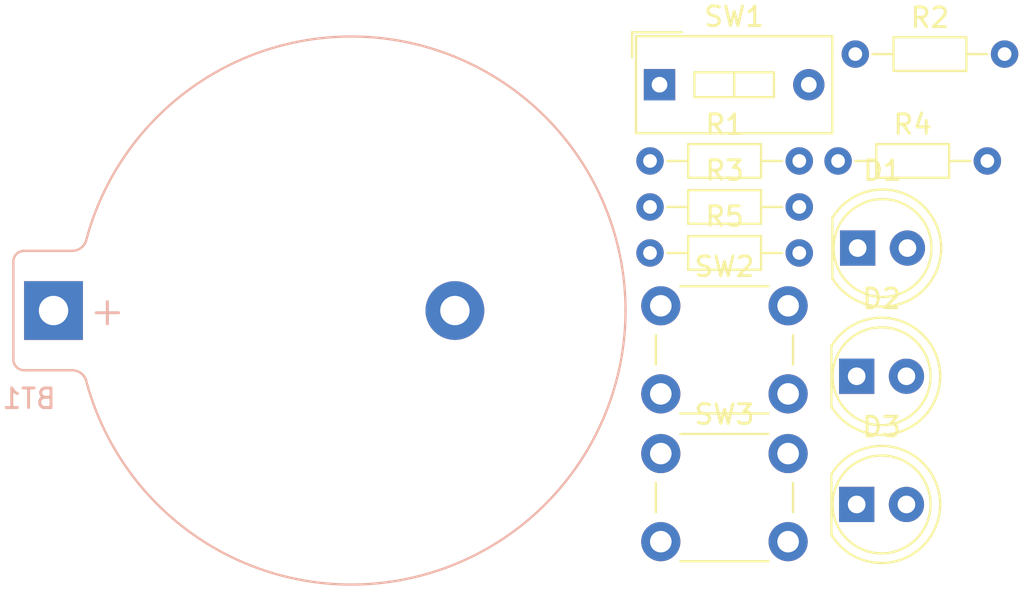
<source format=kicad_pcb>
(kicad_pcb (version 20171130) (host pcbnew 5.0.1)

  (general
    (thickness 1.6)
    (drawings 0)
    (tracks 0)
    (zones 0)
    (modules 12)
    (nets 12)
  )

  (page A4)
  (layers
    (0 F.Cu signal)
    (31 B.Cu signal)
    (32 B.Adhes user)
    (33 F.Adhes user)
    (34 B.Paste user)
    (35 F.Paste user)
    (36 B.SilkS user)
    (37 F.SilkS user)
    (38 B.Mask user)
    (39 F.Mask user)
    (40 Dwgs.User user)
    (41 Cmts.User user)
    (42 Eco1.User user)
    (43 Eco2.User user)
    (44 Edge.Cuts user)
    (45 Margin user)
    (46 B.CrtYd user)
    (47 F.CrtYd user)
    (48 B.Fab user)
    (49 F.Fab user)
  )

  (setup
    (last_trace_width 0.25)
    (trace_clearance 0.2)
    (zone_clearance 0.508)
    (zone_45_only no)
    (trace_min 0.2)
    (segment_width 0.2)
    (edge_width 0.15)
    (via_size 0.8)
    (via_drill 0.4)
    (via_min_size 0.4)
    (via_min_drill 0.3)
    (uvia_size 0.3)
    (uvia_drill 0.1)
    (uvias_allowed no)
    (uvia_min_size 0.2)
    (uvia_min_drill 0.1)
    (pcb_text_width 0.3)
    (pcb_text_size 1.5 1.5)
    (mod_edge_width 0.15)
    (mod_text_size 1 1)
    (mod_text_width 0.15)
    (pad_size 1.524 1.524)
    (pad_drill 0.762)
    (pad_to_mask_clearance 0.051)
    (solder_mask_min_width 0.25)
    (aux_axis_origin 0 0)
    (visible_elements FFFFFF7F)
    (pcbplotparams
      (layerselection 0x010fc_ffffffff)
      (usegerberextensions false)
      (usegerberattributes false)
      (usegerberadvancedattributes false)
      (creategerberjobfile false)
      (excludeedgelayer true)
      (linewidth 0.100000)
      (plotframeref false)
      (viasonmask false)
      (mode 1)
      (useauxorigin false)
      (hpglpennumber 1)
      (hpglpenspeed 20)
      (hpglpendiameter 15.000000)
      (psnegative false)
      (psa4output false)
      (plotreference true)
      (plotvalue true)
      (plotinvisibletext false)
      (padsonsilk false)
      (subtractmaskfromsilk false)
      (outputformat 1)
      (mirror false)
      (drillshape 1)
      (scaleselection 1)
      (outputdirectory ""))
  )

  (net 0 "")
  (net 1 "Net-(BT1-Pad1)")
  (net 2 GNDREF)
  (net 3 "Net-(D1-Pad2)")
  (net 4 "Net-(D2-Pad2)")
  (net 5 "Net-(D3-Pad2)")
  (net 6 "Net-(R1-Pad1)")
  (net 7 "Net-(R2-Pad1)")
  (net 8 "Net-(Q1-Pad2)")
  (net 9 "Net-(Q2-Pad2)")
  (net 10 "Net-(Q2-Pad1)")
  (net 11 VCC)

  (net_class Default "This is the default net class."
    (clearance 0.2)
    (trace_width 0.25)
    (via_dia 0.8)
    (via_drill 0.4)
    (uvia_dia 0.3)
    (uvia_drill 0.1)
    (add_net GNDREF)
    (add_net "Net-(BT1-Pad1)")
    (add_net "Net-(D1-Pad2)")
    (add_net "Net-(D2-Pad2)")
    (add_net "Net-(D3-Pad2)")
    (add_net "Net-(Q1-Pad2)")
    (add_net "Net-(Q2-Pad1)")
    (add_net "Net-(Q2-Pad2)")
    (add_net "Net-(R1-Pad1)")
    (add_net "Net-(R2-Pad1)")
    (add_net VCC)
  )

  (module Battery_Holders:Keystone_106_1x20mm-CoinCell (layer B.Cu) (tedit 5787C377) (tstamp 5C8602D3)
    (at 112.815001 106.987162)
    (descr http://www.keyelco.com/product-pdf.cfm?p=720)
    (tags "Keystone type 106 battery holder")
    (path /5C87E6FE)
    (fp_text reference BT1 (at -1.25 4.5) (layer B.SilkS)
      (effects (font (size 1 1) (thickness 0.15)) (justify mirror))
    )
    (fp_text value Battery_Cell (at 15 -15) (layer B.Fab)
      (effects (font (size 1 1) (thickness 0.15)) (justify mirror))
    )
    (fp_line (start 22.6568 6.858) (end 25.3419 9.4288) (layer B.Fab) (width 0.1))
    (fp_line (start 22.6441 -6.858) (end 25.35 -9.3734) (layer B.Fab) (width 0.1))
    (fp_arc (start -1.5 2.5) (end -1.9 2.5) (angle -90) (layer B.Fab) (width 0.1))
    (fp_arc (start -1.5 -2.5) (end -2.3 -2.5) (angle 90) (layer B.CrtYd) (width 0.05))
    (fp_line (start 0 1.3) (end 0 -1.3) (layer B.Fab) (width 0.1))
    (fp_arc (start 16.2 0) (end 16.2 1.3) (angle -180) (layer B.Fab) (width 0.1))
    (fp_arc (start 0.95 3.8) (end 0.95 3.3) (angle 70) (layer B.CrtYd) (width 0.05))
    (fp_line (start 16.2 1.3) (end 0 1.3) (layer B.Fab) (width 0.1))
    (fp_line (start 0 -1.3) (end 16.2 -1.3) (layer B.Fab) (width 0.1))
    (fp_line (start -1.9 2.5) (end -1.9 -2.5) (layer B.Fab) (width 0.1))
    (fp_line (start -1.5 -3.3) (end 0.95 -3.3) (layer B.CrtYd) (width 0.05))
    (fp_line (start 0.95 3.3) (end -1.5 3.3) (layer B.CrtYd) (width 0.05))
    (fp_arc (start 15.2 0) (end 5.18 1.3) (angle -180) (layer B.Fab) (width 0.1))
    (fp_arc (start 15.2 0) (end 9 1.3) (angle -170) (layer B.Fab) (width 0.1))
    (fp_arc (start 15.2 0) (end 13.3 1.3) (angle -150) (layer B.Fab) (width 0.1))
    (fp_arc (start 15.2 0) (end 13.3 -1.3) (angle 150) (layer B.Fab) (width 0.1))
    (fp_arc (start 15.2 0) (end 9 -1.3) (angle 170) (layer B.Fab) (width 0.1))
    (fp_arc (start 15.2 0) (end 5.18 -1.3) (angle 180) (layer B.Fab) (width 0.1))
    (fp_arc (start 15.2 0) (end 1.41 3.6) (angle -165.5) (layer B.CrtYd) (width 0.05))
    (fp_arc (start 15.2 0) (end 1.41 -3.6) (angle 165.5) (layer B.CrtYd) (width 0.05))
    (fp_arc (start 0.95 -3.8) (end 0.95 -3.3) (angle -70) (layer B.CrtYd) (width 0.05))
    (fp_line (start -2.3 2.5) (end -2.3 -2.5) (layer B.CrtYd) (width 0.05))
    (fp_arc (start -1.5 2.5) (end -2.3 2.5) (angle -90) (layer B.CrtYd) (width 0.05))
    (fp_arc (start -1.5 -2.5) (end -1.9 -2.5) (angle 90) (layer B.Fab) (width 0.1))
    (fp_line (start -1.5 -2.9) (end 0.95 -2.9) (layer B.Fab) (width 0.1))
    (fp_line (start 0.95 2.9) (end -1.5 2.9) (layer B.Fab) (width 0.1))
    (fp_line (start -2.05 2.5) (end -2.05 -2.5) (layer B.SilkS) (width 0.12))
    (fp_arc (start -1.5 -2.5) (end -2.05 -2.5) (angle 90) (layer B.SilkS) (width 0.12))
    (fp_arc (start -1.5 2.5) (end -2.05 2.5) (angle -90) (layer B.SilkS) (width 0.12))
    (fp_line (start -1.5 -3.05) (end 0.95 -3.05) (layer B.SilkS) (width 0.12))
    (fp_line (start 0.95 3.05) (end -1.5 3.05) (layer B.SilkS) (width 0.12))
    (fp_arc (start 0.95 3.8) (end 0.95 2.9) (angle 70) (layer B.Fab) (width 0.1))
    (fp_arc (start 0.95 3.8) (end 0.95 3.05) (angle 70) (layer B.SilkS) (width 0.12))
    (fp_arc (start 0.95 -3.8) (end 0.95 -2.9) (angle -70) (layer B.Fab) (width 0.1))
    (fp_arc (start 0.95 -3.8) (end 0.95 -3.05) (angle -70) (layer B.SilkS) (width 0.12))
    (fp_arc (start 15.2 0) (end 1.8 3.5) (angle -165.5) (layer B.Fab) (width 0.1))
    (fp_arc (start 15.2 0) (end 1.65 3.52) (angle -165.5) (layer B.SilkS) (width 0.12))
    (fp_arc (start 15.2 0) (end 1.8 -3.5) (angle 165.5) (layer B.Fab) (width 0.1))
    (fp_arc (start 15.2 0) (end 1.65 -3.52) (angle 165.5) (layer B.SilkS) (width 0.12))
    (fp_text user + (at 2.75 0) (layer B.SilkS)
      (effects (font (size 1.5 1.5) (thickness 0.15)) (justify mirror))
    )
    (pad 1 thru_hole rect (at 0 0) (size 3 3) (drill 1.5) (layers *.Cu *.Mask)
      (net 1 "Net-(BT1-Pad1)"))
    (pad 2 thru_hole circle (at 20.49 0) (size 3 3) (drill 1.5) (layers *.Cu *.Mask)
      (net 2 GNDREF))
    (model Battery_Holders.3dshapes/Keystone_106_1x20mm-CoinCell.wrl
      (offset (xyz 15.23999977111816 0 0))
      (scale (xyz 1 1 1))
      (rotate (xyz 0 0 180))
    )
  )

  (module LEDs:LED_D5.0mm (layer F.Cu) (tedit 5995936A) (tstamp 5C8602E5)
    (at 153.865001 103.795001)
    (descr "LED, diameter 5.0mm, 2 pins, http://cdn-reichelt.de/documents/datenblatt/A500/LL-504BC2E-009.pdf")
    (tags "LED diameter 5.0mm 2 pins")
    (path /5C87F83B)
    (fp_text reference D1 (at 1.27 -3.96) (layer F.SilkS)
      (effects (font (size 1 1) (thickness 0.15)))
    )
    (fp_text value LED_ALT (at 1.27 3.96) (layer F.Fab)
      (effects (font (size 1 1) (thickness 0.15)))
    )
    (fp_text user %R (at 1.25 0) (layer F.Fab)
      (effects (font (size 0.8 0.8) (thickness 0.2)))
    )
    (fp_line (start 4.5 -3.25) (end -1.95 -3.25) (layer F.CrtYd) (width 0.05))
    (fp_line (start 4.5 3.25) (end 4.5 -3.25) (layer F.CrtYd) (width 0.05))
    (fp_line (start -1.95 3.25) (end 4.5 3.25) (layer F.CrtYd) (width 0.05))
    (fp_line (start -1.95 -3.25) (end -1.95 3.25) (layer F.CrtYd) (width 0.05))
    (fp_line (start -1.29 -1.545) (end -1.29 1.545) (layer F.SilkS) (width 0.12))
    (fp_line (start -1.23 -1.469694) (end -1.23 1.469694) (layer F.Fab) (width 0.1))
    (fp_circle (center 1.27 0) (end 3.77 0) (layer F.SilkS) (width 0.12))
    (fp_circle (center 1.27 0) (end 3.77 0) (layer F.Fab) (width 0.1))
    (fp_arc (start 1.27 0) (end -1.29 1.54483) (angle -148.9) (layer F.SilkS) (width 0.12))
    (fp_arc (start 1.27 0) (end -1.29 -1.54483) (angle 148.9) (layer F.SilkS) (width 0.12))
    (fp_arc (start 1.27 0) (end -1.23 -1.469694) (angle 299.1) (layer F.Fab) (width 0.1))
    (pad 2 thru_hole circle (at 2.54 0) (size 1.8 1.8) (drill 0.9) (layers *.Cu *.Mask)
      (net 3 "Net-(D1-Pad2)"))
    (pad 1 thru_hole rect (at 0 0) (size 1.8 1.8) (drill 0.9) (layers *.Cu *.Mask)
      (net 2 GNDREF))
    (model ${KISYS3DMOD}/LEDs.3dshapes/LED_D5.0mm.wrl
      (at (xyz 0 0 0))
      (scale (xyz 0.393701 0.393701 0.393701))
      (rotate (xyz 0 0 0))
    )
  )

  (module LEDs:LED_D5.0mm (layer F.Cu) (tedit 5995936A) (tstamp 5C8602F7)
    (at 153.815001 110.345001)
    (descr "LED, diameter 5.0mm, 2 pins, http://cdn-reichelt.de/documents/datenblatt/A500/LL-504BC2E-009.pdf")
    (tags "LED diameter 5.0mm 2 pins")
    (path /5C87F953)
    (fp_text reference D2 (at 1.27 -3.96) (layer F.SilkS)
      (effects (font (size 1 1) (thickness 0.15)))
    )
    (fp_text value LED_ALT (at 1.27 3.96) (layer F.Fab)
      (effects (font (size 1 1) (thickness 0.15)))
    )
    (fp_arc (start 1.27 0) (end -1.23 -1.469694) (angle 299.1) (layer F.Fab) (width 0.1))
    (fp_arc (start 1.27 0) (end -1.29 -1.54483) (angle 148.9) (layer F.SilkS) (width 0.12))
    (fp_arc (start 1.27 0) (end -1.29 1.54483) (angle -148.9) (layer F.SilkS) (width 0.12))
    (fp_circle (center 1.27 0) (end 3.77 0) (layer F.Fab) (width 0.1))
    (fp_circle (center 1.27 0) (end 3.77 0) (layer F.SilkS) (width 0.12))
    (fp_line (start -1.23 -1.469694) (end -1.23 1.469694) (layer F.Fab) (width 0.1))
    (fp_line (start -1.29 -1.545) (end -1.29 1.545) (layer F.SilkS) (width 0.12))
    (fp_line (start -1.95 -3.25) (end -1.95 3.25) (layer F.CrtYd) (width 0.05))
    (fp_line (start -1.95 3.25) (end 4.5 3.25) (layer F.CrtYd) (width 0.05))
    (fp_line (start 4.5 3.25) (end 4.5 -3.25) (layer F.CrtYd) (width 0.05))
    (fp_line (start 4.5 -3.25) (end -1.95 -3.25) (layer F.CrtYd) (width 0.05))
    (fp_text user %R (at 1.25 0) (layer F.Fab)
      (effects (font (size 0.8 0.8) (thickness 0.2)))
    )
    (pad 1 thru_hole rect (at 0 0) (size 1.8 1.8) (drill 0.9) (layers *.Cu *.Mask)
      (net 2 GNDREF))
    (pad 2 thru_hole circle (at 2.54 0) (size 1.8 1.8) (drill 0.9) (layers *.Cu *.Mask)
      (net 4 "Net-(D2-Pad2)"))
    (model ${KISYS3DMOD}/LEDs.3dshapes/LED_D5.0mm.wrl
      (at (xyz 0 0 0))
      (scale (xyz 0.393701 0.393701 0.393701))
      (rotate (xyz 0 0 0))
    )
  )

  (module LEDs:LED_D5.0mm (layer F.Cu) (tedit 5995936A) (tstamp 5C860309)
    (at 153.815001 116.895001)
    (descr "LED, diameter 5.0mm, 2 pins, http://cdn-reichelt.de/documents/datenblatt/A500/LL-504BC2E-009.pdf")
    (tags "LED diameter 5.0mm 2 pins")
    (path /5C880B25)
    (fp_text reference D3 (at 1.27 -3.96) (layer F.SilkS)
      (effects (font (size 1 1) (thickness 0.15)))
    )
    (fp_text value LED_ALT (at 1.27 3.96) (layer F.Fab)
      (effects (font (size 1 1) (thickness 0.15)))
    )
    (fp_text user %R (at 1.25 0) (layer F.Fab)
      (effects (font (size 0.8 0.8) (thickness 0.2)))
    )
    (fp_line (start 4.5 -3.25) (end -1.95 -3.25) (layer F.CrtYd) (width 0.05))
    (fp_line (start 4.5 3.25) (end 4.5 -3.25) (layer F.CrtYd) (width 0.05))
    (fp_line (start -1.95 3.25) (end 4.5 3.25) (layer F.CrtYd) (width 0.05))
    (fp_line (start -1.95 -3.25) (end -1.95 3.25) (layer F.CrtYd) (width 0.05))
    (fp_line (start -1.29 -1.545) (end -1.29 1.545) (layer F.SilkS) (width 0.12))
    (fp_line (start -1.23 -1.469694) (end -1.23 1.469694) (layer F.Fab) (width 0.1))
    (fp_circle (center 1.27 0) (end 3.77 0) (layer F.SilkS) (width 0.12))
    (fp_circle (center 1.27 0) (end 3.77 0) (layer F.Fab) (width 0.1))
    (fp_arc (start 1.27 0) (end -1.29 1.54483) (angle -148.9) (layer F.SilkS) (width 0.12))
    (fp_arc (start 1.27 0) (end -1.29 -1.54483) (angle 148.9) (layer F.SilkS) (width 0.12))
    (fp_arc (start 1.27 0) (end -1.23 -1.469694) (angle 299.1) (layer F.Fab) (width 0.1))
    (pad 2 thru_hole circle (at 2.54 0) (size 1.8 1.8) (drill 0.9) (layers *.Cu *.Mask)
      (net 5 "Net-(D3-Pad2)"))
    (pad 1 thru_hole rect (at 0 0) (size 1.8 1.8) (drill 0.9) (layers *.Cu *.Mask)
      (net 2 GNDREF))
    (model ${KISYS3DMOD}/LEDs.3dshapes/LED_D5.0mm.wrl
      (at (xyz 0 0 0))
      (scale (xyz 0.393701 0.393701 0.393701))
      (rotate (xyz 0 0 0))
    )
  )

  (module Resistors_THT:R_Axial_DIN0204_L3.6mm_D1.6mm_P7.62mm_Horizontal (layer F.Cu) (tedit 5874F706) (tstamp 5C86031F)
    (at 143.265001 99.345001)
    (descr "Resistor, Axial_DIN0204 series, Axial, Horizontal, pin pitch=7.62mm, 0.16666666666666666W = 1/6W, length*diameter=3.6*1.6mm^2, http://cdn-reichelt.de/documents/datenblatt/B400/1_4W%23YAG.pdf")
    (tags "Resistor Axial_DIN0204 series Axial Horizontal pin pitch 7.62mm 0.16666666666666666W = 1/6W length 3.6mm diameter 1.6mm")
    (path /5C87FBF9)
    (fp_text reference R1 (at 3.81 -1.86) (layer F.SilkS)
      (effects (font (size 1 1) (thickness 0.15)))
    )
    (fp_text value 100R (at 3.81 1.86) (layer F.Fab)
      (effects (font (size 1 1) (thickness 0.15)))
    )
    (fp_line (start 8.6 -1.15) (end -0.95 -1.15) (layer F.CrtYd) (width 0.05))
    (fp_line (start 8.6 1.15) (end 8.6 -1.15) (layer F.CrtYd) (width 0.05))
    (fp_line (start -0.95 1.15) (end 8.6 1.15) (layer F.CrtYd) (width 0.05))
    (fp_line (start -0.95 -1.15) (end -0.95 1.15) (layer F.CrtYd) (width 0.05))
    (fp_line (start 6.74 0) (end 5.67 0) (layer F.SilkS) (width 0.12))
    (fp_line (start 0.88 0) (end 1.95 0) (layer F.SilkS) (width 0.12))
    (fp_line (start 5.67 -0.86) (end 1.95 -0.86) (layer F.SilkS) (width 0.12))
    (fp_line (start 5.67 0.86) (end 5.67 -0.86) (layer F.SilkS) (width 0.12))
    (fp_line (start 1.95 0.86) (end 5.67 0.86) (layer F.SilkS) (width 0.12))
    (fp_line (start 1.95 -0.86) (end 1.95 0.86) (layer F.SilkS) (width 0.12))
    (fp_line (start 7.62 0) (end 5.61 0) (layer F.Fab) (width 0.1))
    (fp_line (start 0 0) (end 2.01 0) (layer F.Fab) (width 0.1))
    (fp_line (start 5.61 -0.8) (end 2.01 -0.8) (layer F.Fab) (width 0.1))
    (fp_line (start 5.61 0.8) (end 5.61 -0.8) (layer F.Fab) (width 0.1))
    (fp_line (start 2.01 0.8) (end 5.61 0.8) (layer F.Fab) (width 0.1))
    (fp_line (start 2.01 -0.8) (end 2.01 0.8) (layer F.Fab) (width 0.1))
    (pad 2 thru_hole oval (at 7.62 0) (size 1.4 1.4) (drill 0.7) (layers *.Cu *.Mask)
      (net 3 "Net-(D1-Pad2)"))
    (pad 1 thru_hole circle (at 0 0) (size 1.4 1.4) (drill 0.7) (layers *.Cu *.Mask)
      (net 6 "Net-(R1-Pad1)"))
    (model ${KISYS3DMOD}/Resistors_THT.3dshapes/R_Axial_DIN0204_L3.6mm_D1.6mm_P7.62mm_Horizontal.wrl
      (at (xyz 0 0 0))
      (scale (xyz 0.393701 0.393701 0.393701))
      (rotate (xyz 0 0 0))
    )
  )

  (module Resistors_THT:R_Axial_DIN0204_L3.6mm_D1.6mm_P7.62mm_Horizontal (layer F.Cu) (tedit 5874F706) (tstamp 5C860335)
    (at 153.745001 93.885001)
    (descr "Resistor, Axial_DIN0204 series, Axial, Horizontal, pin pitch=7.62mm, 0.16666666666666666W = 1/6W, length*diameter=3.6*1.6mm^2, http://cdn-reichelt.de/documents/datenblatt/B400/1_4W%23YAG.pdf")
    (tags "Resistor Axial_DIN0204 series Axial Horizontal pin pitch 7.62mm 0.16666666666666666W = 1/6W length 3.6mm diameter 1.6mm")
    (path /5C87FC95)
    (fp_text reference R2 (at 3.81 -1.86) (layer F.SilkS)
      (effects (font (size 1 1) (thickness 0.15)))
    )
    (fp_text value 100R (at 3.81 1.86) (layer F.Fab)
      (effects (font (size 1 1) (thickness 0.15)))
    )
    (fp_line (start 2.01 -0.8) (end 2.01 0.8) (layer F.Fab) (width 0.1))
    (fp_line (start 2.01 0.8) (end 5.61 0.8) (layer F.Fab) (width 0.1))
    (fp_line (start 5.61 0.8) (end 5.61 -0.8) (layer F.Fab) (width 0.1))
    (fp_line (start 5.61 -0.8) (end 2.01 -0.8) (layer F.Fab) (width 0.1))
    (fp_line (start 0 0) (end 2.01 0) (layer F.Fab) (width 0.1))
    (fp_line (start 7.62 0) (end 5.61 0) (layer F.Fab) (width 0.1))
    (fp_line (start 1.95 -0.86) (end 1.95 0.86) (layer F.SilkS) (width 0.12))
    (fp_line (start 1.95 0.86) (end 5.67 0.86) (layer F.SilkS) (width 0.12))
    (fp_line (start 5.67 0.86) (end 5.67 -0.86) (layer F.SilkS) (width 0.12))
    (fp_line (start 5.67 -0.86) (end 1.95 -0.86) (layer F.SilkS) (width 0.12))
    (fp_line (start 0.88 0) (end 1.95 0) (layer F.SilkS) (width 0.12))
    (fp_line (start 6.74 0) (end 5.67 0) (layer F.SilkS) (width 0.12))
    (fp_line (start -0.95 -1.15) (end -0.95 1.15) (layer F.CrtYd) (width 0.05))
    (fp_line (start -0.95 1.15) (end 8.6 1.15) (layer F.CrtYd) (width 0.05))
    (fp_line (start 8.6 1.15) (end 8.6 -1.15) (layer F.CrtYd) (width 0.05))
    (fp_line (start 8.6 -1.15) (end -0.95 -1.15) (layer F.CrtYd) (width 0.05))
    (pad 1 thru_hole circle (at 0 0) (size 1.4 1.4) (drill 0.7) (layers *.Cu *.Mask)
      (net 7 "Net-(R2-Pad1)"))
    (pad 2 thru_hole oval (at 7.62 0) (size 1.4 1.4) (drill 0.7) (layers *.Cu *.Mask)
      (net 4 "Net-(D2-Pad2)"))
    (model ${KISYS3DMOD}/Resistors_THT.3dshapes/R_Axial_DIN0204_L3.6mm_D1.6mm_P7.62mm_Horizontal.wrl
      (at (xyz 0 0 0))
      (scale (xyz 0.393701 0.393701 0.393701))
      (rotate (xyz 0 0 0))
    )
  )

  (module Resistors_THT:R_Axial_DIN0204_L3.6mm_D1.6mm_P7.62mm_Horizontal (layer F.Cu) (tedit 5874F706) (tstamp 5C86034B)
    (at 143.265001 101.695001)
    (descr "Resistor, Axial_DIN0204 series, Axial, Horizontal, pin pitch=7.62mm, 0.16666666666666666W = 1/6W, length*diameter=3.6*1.6mm^2, http://cdn-reichelt.de/documents/datenblatt/B400/1_4W%23YAG.pdf")
    (tags "Resistor Axial_DIN0204 series Axial Horizontal pin pitch 7.62mm 0.16666666666666666W = 1/6W length 3.6mm diameter 1.6mm")
    (path /5C87F689)
    (fp_text reference R3 (at 3.81 -1.86) (layer F.SilkS)
      (effects (font (size 1 1) (thickness 0.15)))
    )
    (fp_text value 10kR (at 3.81 1.86) (layer F.Fab)
      (effects (font (size 1 1) (thickness 0.15)))
    )
    (fp_line (start 8.6 -1.15) (end -0.95 -1.15) (layer F.CrtYd) (width 0.05))
    (fp_line (start 8.6 1.15) (end 8.6 -1.15) (layer F.CrtYd) (width 0.05))
    (fp_line (start -0.95 1.15) (end 8.6 1.15) (layer F.CrtYd) (width 0.05))
    (fp_line (start -0.95 -1.15) (end -0.95 1.15) (layer F.CrtYd) (width 0.05))
    (fp_line (start 6.74 0) (end 5.67 0) (layer F.SilkS) (width 0.12))
    (fp_line (start 0.88 0) (end 1.95 0) (layer F.SilkS) (width 0.12))
    (fp_line (start 5.67 -0.86) (end 1.95 -0.86) (layer F.SilkS) (width 0.12))
    (fp_line (start 5.67 0.86) (end 5.67 -0.86) (layer F.SilkS) (width 0.12))
    (fp_line (start 1.95 0.86) (end 5.67 0.86) (layer F.SilkS) (width 0.12))
    (fp_line (start 1.95 -0.86) (end 1.95 0.86) (layer F.SilkS) (width 0.12))
    (fp_line (start 7.62 0) (end 5.61 0) (layer F.Fab) (width 0.1))
    (fp_line (start 0 0) (end 2.01 0) (layer F.Fab) (width 0.1))
    (fp_line (start 5.61 -0.8) (end 2.01 -0.8) (layer F.Fab) (width 0.1))
    (fp_line (start 5.61 0.8) (end 5.61 -0.8) (layer F.Fab) (width 0.1))
    (fp_line (start 2.01 0.8) (end 5.61 0.8) (layer F.Fab) (width 0.1))
    (fp_line (start 2.01 -0.8) (end 2.01 0.8) (layer F.Fab) (width 0.1))
    (pad 2 thru_hole oval (at 7.62 0) (size 1.4 1.4) (drill 0.7) (layers *.Cu *.Mask)
      (net 6 "Net-(R1-Pad1)"))
    (pad 1 thru_hole circle (at 0 0) (size 1.4 1.4) (drill 0.7) (layers *.Cu *.Mask)
      (net 8 "Net-(Q1-Pad2)"))
    (model ${KISYS3DMOD}/Resistors_THT.3dshapes/R_Axial_DIN0204_L3.6mm_D1.6mm_P7.62mm_Horizontal.wrl
      (at (xyz 0 0 0))
      (scale (xyz 0.393701 0.393701 0.393701))
      (rotate (xyz 0 0 0))
    )
  )

  (module Resistors_THT:R_Axial_DIN0204_L3.6mm_D1.6mm_P7.62mm_Horizontal (layer F.Cu) (tedit 5874F706) (tstamp 5C860361)
    (at 152.865001 99.345001)
    (descr "Resistor, Axial_DIN0204 series, Axial, Horizontal, pin pitch=7.62mm, 0.16666666666666666W = 1/6W, length*diameter=3.6*1.6mm^2, http://cdn-reichelt.de/documents/datenblatt/B400/1_4W%23YAG.pdf")
    (tags "Resistor Axial_DIN0204 series Axial Horizontal pin pitch 7.62mm 0.16666666666666666W = 1/6W length 3.6mm diameter 1.6mm")
    (path /5C87F711)
    (fp_text reference R4 (at 3.81 -1.86) (layer F.SilkS)
      (effects (font (size 1 1) (thickness 0.15)))
    )
    (fp_text value 10kR (at 3.81 1.86) (layer F.Fab)
      (effects (font (size 1 1) (thickness 0.15)))
    )
    (fp_line (start 2.01 -0.8) (end 2.01 0.8) (layer F.Fab) (width 0.1))
    (fp_line (start 2.01 0.8) (end 5.61 0.8) (layer F.Fab) (width 0.1))
    (fp_line (start 5.61 0.8) (end 5.61 -0.8) (layer F.Fab) (width 0.1))
    (fp_line (start 5.61 -0.8) (end 2.01 -0.8) (layer F.Fab) (width 0.1))
    (fp_line (start 0 0) (end 2.01 0) (layer F.Fab) (width 0.1))
    (fp_line (start 7.62 0) (end 5.61 0) (layer F.Fab) (width 0.1))
    (fp_line (start 1.95 -0.86) (end 1.95 0.86) (layer F.SilkS) (width 0.12))
    (fp_line (start 1.95 0.86) (end 5.67 0.86) (layer F.SilkS) (width 0.12))
    (fp_line (start 5.67 0.86) (end 5.67 -0.86) (layer F.SilkS) (width 0.12))
    (fp_line (start 5.67 -0.86) (end 1.95 -0.86) (layer F.SilkS) (width 0.12))
    (fp_line (start 0.88 0) (end 1.95 0) (layer F.SilkS) (width 0.12))
    (fp_line (start 6.74 0) (end 5.67 0) (layer F.SilkS) (width 0.12))
    (fp_line (start -0.95 -1.15) (end -0.95 1.15) (layer F.CrtYd) (width 0.05))
    (fp_line (start -0.95 1.15) (end 8.6 1.15) (layer F.CrtYd) (width 0.05))
    (fp_line (start 8.6 1.15) (end 8.6 -1.15) (layer F.CrtYd) (width 0.05))
    (fp_line (start 8.6 -1.15) (end -0.95 -1.15) (layer F.CrtYd) (width 0.05))
    (pad 1 thru_hole circle (at 0 0) (size 1.4 1.4) (drill 0.7) (layers *.Cu *.Mask)
      (net 9 "Net-(Q2-Pad2)"))
    (pad 2 thru_hole oval (at 7.62 0) (size 1.4 1.4) (drill 0.7) (layers *.Cu *.Mask)
      (net 7 "Net-(R2-Pad1)"))
    (model ${KISYS3DMOD}/Resistors_THT.3dshapes/R_Axial_DIN0204_L3.6mm_D1.6mm_P7.62mm_Horizontal.wrl
      (at (xyz 0 0 0))
      (scale (xyz 0.393701 0.393701 0.393701))
      (rotate (xyz 0 0 0))
    )
  )

  (module Resistors_THT:R_Axial_DIN0204_L3.6mm_D1.6mm_P7.62mm_Horizontal (layer F.Cu) (tedit 5874F706) (tstamp 5C860377)
    (at 143.265001 104.045001)
    (descr "Resistor, Axial_DIN0204 series, Axial, Horizontal, pin pitch=7.62mm, 0.16666666666666666W = 1/6W, length*diameter=3.6*1.6mm^2, http://cdn-reichelt.de/documents/datenblatt/B400/1_4W%23YAG.pdf")
    (tags "Resistor Axial_DIN0204 series Axial Horizontal pin pitch 7.62mm 0.16666666666666666W = 1/6W length 3.6mm diameter 1.6mm")
    (path /5C880B91)
    (fp_text reference R5 (at 3.81 -1.86) (layer F.SilkS)
      (effects (font (size 1 1) (thickness 0.15)))
    )
    (fp_text value 100R (at 3.81 1.86) (layer F.Fab)
      (effects (font (size 1 1) (thickness 0.15)))
    )
    (fp_line (start 8.6 -1.15) (end -0.95 -1.15) (layer F.CrtYd) (width 0.05))
    (fp_line (start 8.6 1.15) (end 8.6 -1.15) (layer F.CrtYd) (width 0.05))
    (fp_line (start -0.95 1.15) (end 8.6 1.15) (layer F.CrtYd) (width 0.05))
    (fp_line (start -0.95 -1.15) (end -0.95 1.15) (layer F.CrtYd) (width 0.05))
    (fp_line (start 6.74 0) (end 5.67 0) (layer F.SilkS) (width 0.12))
    (fp_line (start 0.88 0) (end 1.95 0) (layer F.SilkS) (width 0.12))
    (fp_line (start 5.67 -0.86) (end 1.95 -0.86) (layer F.SilkS) (width 0.12))
    (fp_line (start 5.67 0.86) (end 5.67 -0.86) (layer F.SilkS) (width 0.12))
    (fp_line (start 1.95 0.86) (end 5.67 0.86) (layer F.SilkS) (width 0.12))
    (fp_line (start 1.95 -0.86) (end 1.95 0.86) (layer F.SilkS) (width 0.12))
    (fp_line (start 7.62 0) (end 5.61 0) (layer F.Fab) (width 0.1))
    (fp_line (start 0 0) (end 2.01 0) (layer F.Fab) (width 0.1))
    (fp_line (start 5.61 -0.8) (end 2.01 -0.8) (layer F.Fab) (width 0.1))
    (fp_line (start 5.61 0.8) (end 5.61 -0.8) (layer F.Fab) (width 0.1))
    (fp_line (start 2.01 0.8) (end 5.61 0.8) (layer F.Fab) (width 0.1))
    (fp_line (start 2.01 -0.8) (end 2.01 0.8) (layer F.Fab) (width 0.1))
    (pad 2 thru_hole oval (at 7.62 0) (size 1.4 1.4) (drill 0.7) (layers *.Cu *.Mask)
      (net 5 "Net-(D3-Pad2)"))
    (pad 1 thru_hole circle (at 0 0) (size 1.4 1.4) (drill 0.7) (layers *.Cu *.Mask)
      (net 10 "Net-(Q2-Pad1)"))
    (model ${KISYS3DMOD}/Resistors_THT.3dshapes/R_Axial_DIN0204_L3.6mm_D1.6mm_P7.62mm_Horizontal.wrl
      (at (xyz 0 0 0))
      (scale (xyz 0.393701 0.393701 0.393701))
      (rotate (xyz 0 0 0))
    )
  )

  (module Buttons_Switches_THT:SW_DIP_x1_W7.62mm_Slide (layer F.Cu) (tedit 5923F251) (tstamp 5C860397)
    (at 143.750001 95.450001)
    (descr "1x-dip-switch, Slide, row spacing 7.62 mm (300 mils)")
    (tags "DIP Switch Slide 7.62mm 300mil")
    (path /5C87EFD3)
    (fp_text reference SW1 (at 3.81 -3.48) (layer F.SilkS)
      (effects (font (size 1 1) (thickness 0.15)))
    )
    (fp_text value SW_SPST (at 3.81 3.48) (layer F.Fab)
      (effects (font (size 1 1) (thickness 0.15)))
    )
    (fp_line (start 9 -2.7) (end -1.4 -2.7) (layer F.CrtYd) (width 0.05))
    (fp_line (start 9 2.7) (end 9 -2.7) (layer F.CrtYd) (width 0.05))
    (fp_line (start -1.4 2.7) (end 9 2.7) (layer F.CrtYd) (width 0.05))
    (fp_line (start -1.4 -2.7) (end -1.4 2.7) (layer F.CrtYd) (width 0.05))
    (fp_line (start 3.81 -0.635) (end 3.81 0.635) (layer F.SilkS) (width 0.12))
    (fp_line (start 5.84 -0.635) (end 1.78 -0.635) (layer F.SilkS) (width 0.12))
    (fp_line (start 5.84 0.635) (end 5.84 -0.635) (layer F.SilkS) (width 0.12))
    (fp_line (start 1.78 0.635) (end 5.84 0.635) (layer F.SilkS) (width 0.12))
    (fp_line (start 1.78 -0.635) (end 1.78 0.635) (layer F.SilkS) (width 0.12))
    (fp_line (start -1.2 2.48) (end -1.2 -2.48) (layer F.SilkS) (width 0.12))
    (fp_line (start 8.82 2.48) (end -1.2 2.48) (layer F.SilkS) (width 0.12))
    (fp_line (start 8.82 -2.48) (end 8.82 2.48) (layer F.SilkS) (width 0.12))
    (fp_line (start -1.2 -2.48) (end 8.82 -2.48) (layer F.SilkS) (width 0.12))
    (fp_line (start 3.81 -0.635) (end 3.81 0.635) (layer F.Fab) (width 0.1))
    (fp_line (start 5.84 -0.635) (end 1.78 -0.635) (layer F.Fab) (width 0.1))
    (fp_line (start 5.84 0.635) (end 5.84 -0.635) (layer F.Fab) (width 0.1))
    (fp_line (start 1.78 0.635) (end 5.84 0.635) (layer F.Fab) (width 0.1))
    (fp_line (start 1.78 -0.635) (end 1.78 0.635) (layer F.Fab) (width 0.1))
    (fp_line (start -1.08 -1.36) (end -0.08 -2.36) (layer F.Fab) (width 0.1))
    (fp_line (start -1.08 2.36) (end -1.08 -1.36) (layer F.Fab) (width 0.1))
    (fp_line (start 8.7 2.36) (end -1.08 2.36) (layer F.Fab) (width 0.1))
    (fp_line (start 8.7 -2.36) (end 8.7 2.36) (layer F.Fab) (width 0.1))
    (fp_line (start -0.08 -2.36) (end 8.7 -2.36) (layer F.Fab) (width 0.1))
    (fp_line (start -1.4 -2.68) (end 1.14 -2.68) (layer F.SilkS) (width 0.12))
    (fp_line (start -1.4 -2.68) (end -1.4 -1.41) (layer F.SilkS) (width 0.12))
    (fp_text user %R (at 3.81 0) (layer F.Fab)
      (effects (font (size 1 1) (thickness 0.15)))
    )
    (pad 2 thru_hole oval (at 7.62 0) (size 1.6 1.6) (drill 0.8) (layers *.Cu *.Mask)
      (net 11 VCC))
    (pad 1 thru_hole rect (at 0 0) (size 1.6 1.6) (drill 0.8) (layers *.Cu *.Mask)
      (net 1 "Net-(BT1-Pad1)"))
    (model ${KISYS3DMOD}/Buttons_Switches_THT.3dshapes/SW_DIP_x1_W7.62mm_Slide.wrl
      (at (xyz 0 0 0))
      (scale (xyz 1 1 1))
      (rotate (xyz 0 0 90))
    )
  )

  (module Buttons_Switches_THT:SW_PUSH_6mm (layer F.Cu) (tedit 5923F252) (tstamp 5C8603B6)
    (at 143.815001 106.745001)
    (descr https://www.omron.com/ecb/products/pdf/en-b3f.pdf)
    (tags "tact sw push 6mm")
    (path /5C87F370)
    (fp_text reference SW2 (at 3.25 -2) (layer F.SilkS)
      (effects (font (size 1 1) (thickness 0.15)))
    )
    (fp_text value SW_SPST (at 3.75 6.7) (layer F.Fab)
      (effects (font (size 1 1) (thickness 0.15)))
    )
    (fp_circle (center 3.25 2.25) (end 1.25 2.5) (layer F.Fab) (width 0.1))
    (fp_line (start 6.75 3) (end 6.75 1.5) (layer F.SilkS) (width 0.12))
    (fp_line (start 5.5 -1) (end 1 -1) (layer F.SilkS) (width 0.12))
    (fp_line (start -0.25 1.5) (end -0.25 3) (layer F.SilkS) (width 0.12))
    (fp_line (start 1 5.5) (end 5.5 5.5) (layer F.SilkS) (width 0.12))
    (fp_line (start 8 -1.25) (end 8 5.75) (layer F.CrtYd) (width 0.05))
    (fp_line (start 7.75 6) (end -1.25 6) (layer F.CrtYd) (width 0.05))
    (fp_line (start -1.5 5.75) (end -1.5 -1.25) (layer F.CrtYd) (width 0.05))
    (fp_line (start -1.25 -1.5) (end 7.75 -1.5) (layer F.CrtYd) (width 0.05))
    (fp_line (start -1.5 6) (end -1.25 6) (layer F.CrtYd) (width 0.05))
    (fp_line (start -1.5 5.75) (end -1.5 6) (layer F.CrtYd) (width 0.05))
    (fp_line (start -1.5 -1.5) (end -1.25 -1.5) (layer F.CrtYd) (width 0.05))
    (fp_line (start -1.5 -1.25) (end -1.5 -1.5) (layer F.CrtYd) (width 0.05))
    (fp_line (start 8 -1.5) (end 8 -1.25) (layer F.CrtYd) (width 0.05))
    (fp_line (start 7.75 -1.5) (end 8 -1.5) (layer F.CrtYd) (width 0.05))
    (fp_line (start 8 6) (end 8 5.75) (layer F.CrtYd) (width 0.05))
    (fp_line (start 7.75 6) (end 8 6) (layer F.CrtYd) (width 0.05))
    (fp_line (start 0.25 -0.75) (end 3.25 -0.75) (layer F.Fab) (width 0.1))
    (fp_line (start 0.25 5.25) (end 0.25 -0.75) (layer F.Fab) (width 0.1))
    (fp_line (start 6.25 5.25) (end 0.25 5.25) (layer F.Fab) (width 0.1))
    (fp_line (start 6.25 -0.75) (end 6.25 5.25) (layer F.Fab) (width 0.1))
    (fp_line (start 3.25 -0.75) (end 6.25 -0.75) (layer F.Fab) (width 0.1))
    (fp_text user %R (at 3.25 2.25) (layer F.Fab)
      (effects (font (size 1 1) (thickness 0.15)))
    )
    (pad 1 thru_hole circle (at 6.5 0 90) (size 2 2) (drill 1.1) (layers *.Cu *.Mask)
      (net 11 VCC))
    (pad 2 thru_hole circle (at 6.5 4.5 90) (size 2 2) (drill 1.1) (layers *.Cu *.Mask)
      (net 6 "Net-(R1-Pad1)"))
    (pad 1 thru_hole circle (at 0 0 90) (size 2 2) (drill 1.1) (layers *.Cu *.Mask)
      (net 11 VCC))
    (pad 2 thru_hole circle (at 0 4.5 90) (size 2 2) (drill 1.1) (layers *.Cu *.Mask)
      (net 6 "Net-(R1-Pad1)"))
    (model ${KISYS3DMOD}/Buttons_Switches_THT.3dshapes/SW_PUSH_6mm.wrl
      (offset (xyz 0.1269999980926514 0 0))
      (scale (xyz 0.3937 0.3937 0.3937))
      (rotate (xyz 0 0 0))
    )
  )

  (module Buttons_Switches_THT:SW_PUSH_6mm (layer F.Cu) (tedit 5923F252) (tstamp 5C8603D5)
    (at 143.815001 114.295001)
    (descr https://www.omron.com/ecb/products/pdf/en-b3f.pdf)
    (tags "tact sw push 6mm")
    (path /5C87F486)
    (fp_text reference SW3 (at 3.25 -2) (layer F.SilkS)
      (effects (font (size 1 1) (thickness 0.15)))
    )
    (fp_text value SW_SPST (at 3.75 6.7) (layer F.Fab)
      (effects (font (size 1 1) (thickness 0.15)))
    )
    (fp_text user %R (at 3.25 2.25) (layer F.Fab)
      (effects (font (size 1 1) (thickness 0.15)))
    )
    (fp_line (start 3.25 -0.75) (end 6.25 -0.75) (layer F.Fab) (width 0.1))
    (fp_line (start 6.25 -0.75) (end 6.25 5.25) (layer F.Fab) (width 0.1))
    (fp_line (start 6.25 5.25) (end 0.25 5.25) (layer F.Fab) (width 0.1))
    (fp_line (start 0.25 5.25) (end 0.25 -0.75) (layer F.Fab) (width 0.1))
    (fp_line (start 0.25 -0.75) (end 3.25 -0.75) (layer F.Fab) (width 0.1))
    (fp_line (start 7.75 6) (end 8 6) (layer F.CrtYd) (width 0.05))
    (fp_line (start 8 6) (end 8 5.75) (layer F.CrtYd) (width 0.05))
    (fp_line (start 7.75 -1.5) (end 8 -1.5) (layer F.CrtYd) (width 0.05))
    (fp_line (start 8 -1.5) (end 8 -1.25) (layer F.CrtYd) (width 0.05))
    (fp_line (start -1.5 -1.25) (end -1.5 -1.5) (layer F.CrtYd) (width 0.05))
    (fp_line (start -1.5 -1.5) (end -1.25 -1.5) (layer F.CrtYd) (width 0.05))
    (fp_line (start -1.5 5.75) (end -1.5 6) (layer F.CrtYd) (width 0.05))
    (fp_line (start -1.5 6) (end -1.25 6) (layer F.CrtYd) (width 0.05))
    (fp_line (start -1.25 -1.5) (end 7.75 -1.5) (layer F.CrtYd) (width 0.05))
    (fp_line (start -1.5 5.75) (end -1.5 -1.25) (layer F.CrtYd) (width 0.05))
    (fp_line (start 7.75 6) (end -1.25 6) (layer F.CrtYd) (width 0.05))
    (fp_line (start 8 -1.25) (end 8 5.75) (layer F.CrtYd) (width 0.05))
    (fp_line (start 1 5.5) (end 5.5 5.5) (layer F.SilkS) (width 0.12))
    (fp_line (start -0.25 1.5) (end -0.25 3) (layer F.SilkS) (width 0.12))
    (fp_line (start 5.5 -1) (end 1 -1) (layer F.SilkS) (width 0.12))
    (fp_line (start 6.75 3) (end 6.75 1.5) (layer F.SilkS) (width 0.12))
    (fp_circle (center 3.25 2.25) (end 1.25 2.5) (layer F.Fab) (width 0.1))
    (pad 2 thru_hole circle (at 0 4.5 90) (size 2 2) (drill 1.1) (layers *.Cu *.Mask)
      (net 7 "Net-(R2-Pad1)"))
    (pad 1 thru_hole circle (at 0 0 90) (size 2 2) (drill 1.1) (layers *.Cu *.Mask)
      (net 11 VCC))
    (pad 2 thru_hole circle (at 6.5 4.5 90) (size 2 2) (drill 1.1) (layers *.Cu *.Mask)
      (net 7 "Net-(R2-Pad1)"))
    (pad 1 thru_hole circle (at 6.5 0 90) (size 2 2) (drill 1.1) (layers *.Cu *.Mask)
      (net 11 VCC))
    (model ${KISYS3DMOD}/Buttons_Switches_THT.3dshapes/SW_PUSH_6mm.wrl
      (offset (xyz 0.1269999980926514 0 0))
      (scale (xyz 0.3937 0.3937 0.3937))
      (rotate (xyz 0 0 0))
    )
  )

)

</source>
